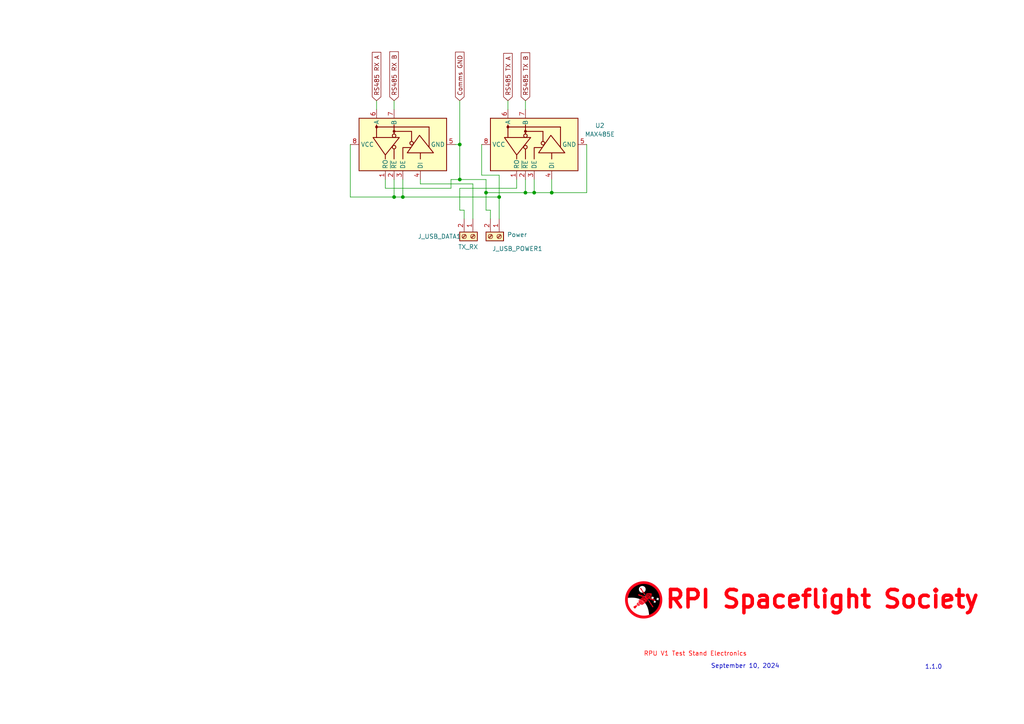
<source format=kicad_sch>
(kicad_sch (version 20231120) (generator "eeschema") (generator_version "8.0")
  (paper "A4")
  (lib_symbols
    (symbol "Connector:Screw_Terminal_01x02" (pin_names (offset 1.016) hide)
      (property "Reference" "J" (at 0 2.54 0))
      (property "Value" "Screw_Terminal_01x02" (at 0 -5.08 0))
      (symbol "Screw_Terminal_01x02_1_1"
        (rectangle (start -1.27 1.27) (end 1.27 -3.81) (stroke (width 0.254)) (fill (type background)))
        (circle (center 0 -2.54) (radius 0.635) (stroke (width 0.1524)))
        (polyline (pts (xy -0.5334 -2.2098) (xy 0.3302 -3.048)) (stroke (width 0.1524)))
        (polyline (pts (xy -0.5334 0.3302) (xy 0.3302 -0.508)) (stroke (width 0.1524)))
        (polyline (pts (xy -0.3556 -2.032) (xy 0.508 -2.8702)) (stroke (width 0.1524)))
        (polyline (pts (xy -0.3556 0.508) (xy 0.508 -0.3302)) (stroke (width 0.1524)))
        (circle (center 0 0) (radius 0.635) (stroke (width 0.1524)))
        (pin passive line (at -5.08 0 0) (length 3.81) (name "Pin_1") (number "1"))
        (pin passive line (at -5.08 -2.54 0) (length 3.81) (name "Pin_2") (number "2"))
      )
    )
    (symbol "Interface_UART:MAX485E"
      (property "Reference" "U" (at -6.985 13.97 0))
      (property "Value" "MAX485E" (at 1.905 13.97 0))
      (symbol "MAX485E_0_1"
        (rectangle (start -7.62 12.7) (end 7.62 -12.7) (stroke (width 0.254)) (fill (type background)))
        (polyline (pts (xy -4.191 2.54) (xy -1.27 2.54)) (stroke (width 0.254)))
        (polyline (pts (xy -2.54 -5.08) (xy -4.191 -5.08)) (stroke (width 0.254)))
        (polyline (pts (xy -0.635 -7.62) (xy 5.08 -7.62)) (stroke (width 0.254)))
        (polyline (pts (xy 0.889 -2.54) (xy 3.81 -2.54)) (stroke (width 0.254)))
        (polyline (pts (xy 2.032 7.62) (xy 5.715 7.62)) (stroke (width 0.254)))
        (polyline (pts (xy 3.048 2.54) (xy 5.715 2.54)) (stroke (width 0.254)))
        (polyline (pts (xy 3.81 -2.54) (xy 3.81 2.54)) (stroke (width 0.254)))
        (polyline (pts (xy 5.08 -7.62) (xy 5.08 7.62)) (stroke (width 0.254)))
        (polyline (pts (xy -4.191 0) (xy -0.889 0) (xy -0.889 -2.286)) (stroke (width 0.254)))
        (polyline (pts (xy -3.175 5.08) (xy -4.191 5.08) (xy -4.064 5.08)) (stroke (width 0.254)))
        (polyline (pts (xy -2.413 -5.08) (xy -2.413 -1.27) (xy 2.667 -4.826) (xy -2.413 -8.89) (xy -2.413 -5.08)) (stroke (width 0.254)))
        (circle (center 0.381 -2.54) (radius 0.508) (stroke (width 0.254)))
        (circle (center 3.81 2.54) (radius 0.2794) (stroke (width 0.254)) (fill (type outline)))
      )
      (symbol "MAX485E_1_1"
        (circle (center -0.762 2.54) (radius 0.508) (stroke (width 0.254)))
        (polyline (pts (xy 2.032 4.826) (xy 2.032 8.636) (xy -3.048 5.08) (xy 2.032 1.016) (xy 2.032 4.826)) (stroke (width 0.254)))
        (circle (center 2.54 2.54) (radius 0.508) (stroke (width 0.254)))
        (circle (center 5.08 7.62) (radius 0.2794) (stroke (width 0.254)) (fill (type outline)))
        (pin output line (at -10.16 5.08 0) (length 2.54) (name "RO") (number "1"))
        (pin input line (at -10.16 2.54 0) (length 2.54) (name "~{RE}") (number "2"))
        (pin input line (at -10.16 0 0) (length 2.54) (name "DE") (number "3"))
        (pin input line (at -10.16 -5.08 0) (length 2.54) (name "DI") (number "4"))
        (pin power_in line (at 0 -15.24 90) (length 2.54) (name "GND") (number "5"))
        (pin bidirectional line (at 10.16 7.62 180) (length 2.54) (name "A") (number "6"))
        (pin bidirectional line (at 10.16 2.54 180) (length 2.54) (name "B") (number "7"))
        (pin power_in line (at 0 15.24 270) (length 2.54) (name "VCC") (number "8"))
      )
    )
  )
  (junction (at 116.84 57.15))
  (junction (at 140.97 55.88))
  (junction (at 154.94 55.88))
  (junction (at 144.78 57.15))
  (junction (at 133.35 52.07))
  (junction (at 133.35 41.91))
  (junction (at 114.3 57.15))
  (junction (at 160.02 55.88))
  (junction (at 152.4 55.88))
  (wire (pts (xy 170.18 55.88) (xy 160.02 55.88)))
  (wire (pts (xy 116.84 57.15) (xy 144.78 57.15)))
  (wire (pts (xy 133.35 29.21) (xy 133.35 41.91)))
  (wire (pts (xy 133.35 52.07) (xy 140.97 52.07)))
  (wire (pts (xy 109.22 29.21) (xy 109.22 31.75)))
  (wire (pts (xy 154.94 52.07) (xy 154.94 55.88)))
  (wire (pts (xy 152.4 52.07) (xy 152.4 55.88)))
  (wire (pts (xy 142.24 60.96) (xy 142.24 63.5)))
  (wire (pts (xy 101.6 57.15) (xy 114.3 57.15)))
  (wire (pts (xy 140.97 55.88) (xy 140.97 60.96)))
  (wire (pts (xy 130.81 54.61) (xy 130.81 52.07)))
  (wire (pts (xy 154.94 55.88) (xy 152.4 55.88)))
  (wire (pts (xy 147.32 29.21) (xy 147.32 31.75)))
  (wire (pts (xy 152.4 29.21) (xy 152.4 31.75)))
  (wire (pts (xy 121.92 52.07) (xy 121.92 53.34)))
  (wire (pts (xy 114.3 52.07) (xy 114.3 57.15)))
  (wire (pts (xy 149.86 52.07) (xy 149.86 54.61)))
  (wire (pts (xy 170.18 41.91) (xy 170.18 55.88)))
  (wire (pts (xy 121.92 53.34) (xy 137.16 53.34)))
  (wire (pts (xy 144.78 50.8) (xy 144.78 57.15)))
  (wire (pts (xy 133.35 54.61) (xy 133.35 60.96)))
  (wire (pts (xy 114.3 57.15) (xy 116.84 57.15)))
  (wire (pts (xy 111.76 54.61) (xy 130.81 54.61)))
  (wire (pts (xy 130.81 52.07) (xy 133.35 52.07)))
  (wire (pts (xy 160.02 55.88) (xy 154.94 55.88)))
  (wire (pts (xy 139.7 50.8) (xy 139.7 41.91)))
  (wire (pts (xy 116.84 52.07) (xy 116.84 57.15)))
  (wire (pts (xy 137.16 53.34) (xy 137.16 63.5)))
  (wire (pts (xy 140.97 52.07) (xy 140.97 55.88)))
  (wire (pts (xy 132.08 41.91) (xy 133.35 41.91)))
  (wire (pts (xy 133.35 41.91) (xy 133.35 52.07)))
  (wire (pts (xy 101.6 41.91) (xy 101.6 57.15)))
  (wire (pts (xy 152.4 55.88) (xy 140.97 55.88)))
  (wire (pts (xy 144.78 50.8) (xy 139.7 50.8)))
  (wire (pts (xy 160.02 52.07) (xy 160.02 55.88)))
  (wire (pts (xy 111.76 52.07) (xy 111.76 54.61)))
  (wire (pts (xy 144.78 57.15) (xy 144.78 63.5)))
  (wire (pts (xy 133.35 60.96) (xy 134.62 60.96)))
  (wire (pts (xy 149.86 54.61) (xy 133.35 54.61)))
  (wire (pts (xy 140.97 60.96) (xy 142.24 60.96)))
  (wire (pts (xy 134.62 60.96) (xy 134.62 63.5)))
  (wire (pts (xy 114.3 29.21) (xy 114.3 31.75)))
  (image (at 186.69 173.99) (scale 0.132736))
  (text "1.1.0" (at 270.764 193.548 0) (effects (font (size 1.27 1.27))))
  (text "RPI Spaceflight Society" (at 238.506 173.99 0) (effects (font (size 5.08 5.08) (thickness 1.016) (bold yes))))
  (text "RPU V1 Test Stand Electronics" (exclude_from_sim yes) (at 201.676 189.738 0) (effects (font (size 1.27 1.27))))
  (text "September 10, 2024" (at 216.154 193.294 0) (effects (font (size 1.27 1.27))))
  (global_label "RS485 RX A" (shape input) (at 109.22 29.21 90) (property "Intersheetrefs" "${INTERSHEET_REFS}" (effects (hide yes))))
  (global_label "Comms GND" (shape input) (at 133.35 29.21 90) (property "Intersheetrefs" "${INTERSHEET_REFS}" (effects (hide yes))))
  (global_label "RS485 TX B" (shape input) (at 152.4 29.21 90) (property "Intersheetrefs" "${INTERSHEET_REFS}" (effects (hide yes))))
  (global_label "RS485 RX B" (shape input) (at 114.3 29.21 90) (property "Intersheetrefs" "${INTERSHEET_REFS}" (effects (hide yes))))
  (global_label "RS485 TX A" (shape input) (at 147.32 29.21 90) (property "Intersheetrefs" "${INTERSHEET_REFS}" (effects (hide yes))))
  (symbol (lib_id "Interface_UART:MAX485E") (at 116.84 41.91 90) (unit 1)
    (property "Reference" "U1" (effects (hide yes)))
    (property "Value" "MAX485E" (effects (hide yes)))
    (property "Datasheet" "https://datasheets.maximintegrated.com/en/ds/MAX1487E-MAX491E.pdf" (effects (hide yes)))
    (property "Description" "Half duplex RS-485/RS-422, 2.5 Mbps, ±15kV electro-static discharge (ESD) protection, no slew-rate, no low-power shutdown, with receiver/driver enable, 32 receiver drive capability, DIP-8 and SOIC-8" (effects (hide yes)))
  )
  (symbol (lib_id "Connector:Screw_Terminal_01x02") (at 144.78 68.58 270) (unit 1)
    (property "Reference" "J_USB_POWER1" (at 142.748 72.136 90) (effects (justify left)))
    (property "Value" "Power" (at 147.066 68.072 90) (effects (justify left)))
    (property "Description" "Generic screw terminal, single row, 01x02, script generated (kicad-library-utils/schlib/autogen/connector/)" (effects (hide yes)))
  )
  (symbol (lib_id "Interface_UART:MAX485E") (at 154.94 41.91 90) (unit 1)
    (property "Reference" "U2" (at 173.99 36.4138 90))
    (property "Value" "MAX485E" (at 173.99 38.9538 90))
    (property "Datasheet" "https://datasheets.maximintegrated.com/en/ds/MAX1487E-MAX491E.pdf" (effects (hide yes)))
    (property "Description" "Half duplex RS-485/RS-422, 2.5 Mbps, ±15kV electro-static discharge (ESD) protection, no slew-rate, no low-power shutdown, with receiver/driver enable, 32 receiver drive capability, DIP-8 and SOIC-8" (effects (hide yes)))
  )
  (symbol (lib_id "Connector:Screw_Terminal_01x02") (at 137.16 68.58 270) (unit 1)
    (property "Reference" "J_USB_DATA1" (at 121.158 68.58 90) (effects (justify left)))
    (property "Value" "TX_RX" (at 132.842 71.628 90) (effects (justify left)))
    (property "Description" "Generic screw terminal, single row, 01x02, script generated (kicad-library-utils/schlib/autogen/connector/)" (effects (hide yes)))
  )
)
</source>
